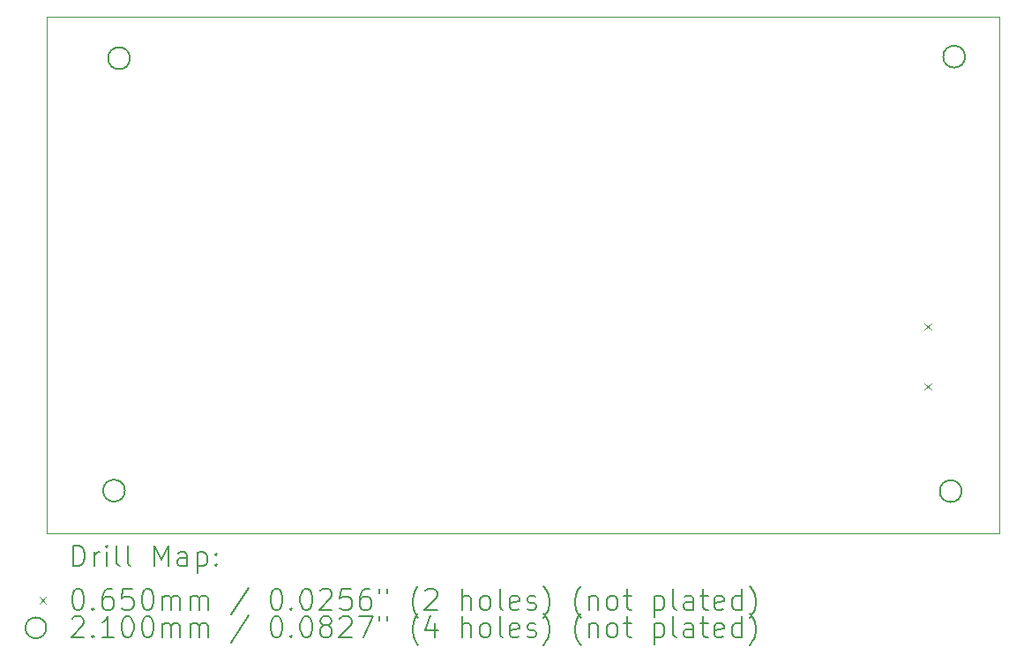
<source format=gbr>
%TF.GenerationSoftware,KiCad,Pcbnew,(6.0.8)*%
%TF.CreationDate,2022-12-01T23:19:17-05:00*%
%TF.ProjectId,HardwareDesign,48617264-7761-4726-9544-657369676e2e,1.0.*%
%TF.SameCoordinates,Original*%
%TF.FileFunction,Drillmap*%
%TF.FilePolarity,Positive*%
%FSLAX45Y45*%
G04 Gerber Fmt 4.5, Leading zero omitted, Abs format (unit mm)*
G04 Created by KiCad (PCBNEW (6.0.8)) date 2022-12-01 23:19:17*
%MOMM*%
%LPD*%
G01*
G04 APERTURE LIST*
%ADD10C,0.100000*%
%ADD11C,0.200000*%
%ADD12C,0.065000*%
%ADD13C,0.210000*%
G04 APERTURE END LIST*
D10*
X11938000Y-7482840D02*
X11940540Y-12443460D01*
X11940540Y-12443460D02*
X21084540Y-12446000D01*
X21082000Y-7485380D02*
X11938000Y-7482840D01*
X21084540Y-12446000D02*
X21082000Y-7485380D01*
D11*
D12*
X20360650Y-10427780D02*
X20425650Y-10492780D01*
X20425650Y-10427780D02*
X20360650Y-10492780D01*
X20360650Y-11005780D02*
X20425650Y-11070780D01*
X20425650Y-11005780D02*
X20360650Y-11070780D01*
D13*
X12688160Y-12037060D02*
G75*
G03*
X12688160Y-12037060I-105000J0D01*
G01*
X12736420Y-7884160D02*
G75*
G03*
X12736420Y-7884160I-105000J0D01*
G01*
X20719640Y-12042140D02*
G75*
G03*
X20719640Y-12042140I-105000J0D01*
G01*
X20752660Y-7868920D02*
G75*
G03*
X20752660Y-7868920I-105000J0D01*
G01*
D11*
X12190619Y-12761476D02*
X12190619Y-12561476D01*
X12238238Y-12561476D01*
X12266809Y-12571000D01*
X12285857Y-12590048D01*
X12295381Y-12609095D01*
X12304905Y-12647190D01*
X12304905Y-12675762D01*
X12295381Y-12713857D01*
X12285857Y-12732905D01*
X12266809Y-12751952D01*
X12238238Y-12761476D01*
X12190619Y-12761476D01*
X12390619Y-12761476D02*
X12390619Y-12628143D01*
X12390619Y-12666238D02*
X12400143Y-12647190D01*
X12409667Y-12637667D01*
X12428714Y-12628143D01*
X12447762Y-12628143D01*
X12514428Y-12761476D02*
X12514428Y-12628143D01*
X12514428Y-12561476D02*
X12504905Y-12571000D01*
X12514428Y-12580524D01*
X12523952Y-12571000D01*
X12514428Y-12561476D01*
X12514428Y-12580524D01*
X12638238Y-12761476D02*
X12619190Y-12751952D01*
X12609667Y-12732905D01*
X12609667Y-12561476D01*
X12743000Y-12761476D02*
X12723952Y-12751952D01*
X12714428Y-12732905D01*
X12714428Y-12561476D01*
X12971571Y-12761476D02*
X12971571Y-12561476D01*
X13038238Y-12704333D01*
X13104905Y-12561476D01*
X13104905Y-12761476D01*
X13285857Y-12761476D02*
X13285857Y-12656714D01*
X13276333Y-12637667D01*
X13257286Y-12628143D01*
X13219190Y-12628143D01*
X13200143Y-12637667D01*
X13285857Y-12751952D02*
X13266809Y-12761476D01*
X13219190Y-12761476D01*
X13200143Y-12751952D01*
X13190619Y-12732905D01*
X13190619Y-12713857D01*
X13200143Y-12694809D01*
X13219190Y-12685286D01*
X13266809Y-12685286D01*
X13285857Y-12675762D01*
X13381095Y-12628143D02*
X13381095Y-12828143D01*
X13381095Y-12637667D02*
X13400143Y-12628143D01*
X13438238Y-12628143D01*
X13457286Y-12637667D01*
X13466809Y-12647190D01*
X13476333Y-12666238D01*
X13476333Y-12723381D01*
X13466809Y-12742428D01*
X13457286Y-12751952D01*
X13438238Y-12761476D01*
X13400143Y-12761476D01*
X13381095Y-12751952D01*
X13562048Y-12742428D02*
X13571571Y-12751952D01*
X13562048Y-12761476D01*
X13552524Y-12751952D01*
X13562048Y-12742428D01*
X13562048Y-12761476D01*
X13562048Y-12637667D02*
X13571571Y-12647190D01*
X13562048Y-12656714D01*
X13552524Y-12647190D01*
X13562048Y-12637667D01*
X13562048Y-12656714D01*
D12*
X11868000Y-13058500D02*
X11933000Y-13123500D01*
X11933000Y-13058500D02*
X11868000Y-13123500D01*
D11*
X12228714Y-12981476D02*
X12247762Y-12981476D01*
X12266809Y-12991000D01*
X12276333Y-13000524D01*
X12285857Y-13019571D01*
X12295381Y-13057667D01*
X12295381Y-13105286D01*
X12285857Y-13143381D01*
X12276333Y-13162428D01*
X12266809Y-13171952D01*
X12247762Y-13181476D01*
X12228714Y-13181476D01*
X12209667Y-13171952D01*
X12200143Y-13162428D01*
X12190619Y-13143381D01*
X12181095Y-13105286D01*
X12181095Y-13057667D01*
X12190619Y-13019571D01*
X12200143Y-13000524D01*
X12209667Y-12991000D01*
X12228714Y-12981476D01*
X12381095Y-13162428D02*
X12390619Y-13171952D01*
X12381095Y-13181476D01*
X12371571Y-13171952D01*
X12381095Y-13162428D01*
X12381095Y-13181476D01*
X12562048Y-12981476D02*
X12523952Y-12981476D01*
X12504905Y-12991000D01*
X12495381Y-13000524D01*
X12476333Y-13029095D01*
X12466809Y-13067190D01*
X12466809Y-13143381D01*
X12476333Y-13162428D01*
X12485857Y-13171952D01*
X12504905Y-13181476D01*
X12543000Y-13181476D01*
X12562048Y-13171952D01*
X12571571Y-13162428D01*
X12581095Y-13143381D01*
X12581095Y-13095762D01*
X12571571Y-13076714D01*
X12562048Y-13067190D01*
X12543000Y-13057667D01*
X12504905Y-13057667D01*
X12485857Y-13067190D01*
X12476333Y-13076714D01*
X12466809Y-13095762D01*
X12762048Y-12981476D02*
X12666809Y-12981476D01*
X12657286Y-13076714D01*
X12666809Y-13067190D01*
X12685857Y-13057667D01*
X12733476Y-13057667D01*
X12752524Y-13067190D01*
X12762048Y-13076714D01*
X12771571Y-13095762D01*
X12771571Y-13143381D01*
X12762048Y-13162428D01*
X12752524Y-13171952D01*
X12733476Y-13181476D01*
X12685857Y-13181476D01*
X12666809Y-13171952D01*
X12657286Y-13162428D01*
X12895381Y-12981476D02*
X12914428Y-12981476D01*
X12933476Y-12991000D01*
X12943000Y-13000524D01*
X12952524Y-13019571D01*
X12962048Y-13057667D01*
X12962048Y-13105286D01*
X12952524Y-13143381D01*
X12943000Y-13162428D01*
X12933476Y-13171952D01*
X12914428Y-13181476D01*
X12895381Y-13181476D01*
X12876333Y-13171952D01*
X12866809Y-13162428D01*
X12857286Y-13143381D01*
X12847762Y-13105286D01*
X12847762Y-13057667D01*
X12857286Y-13019571D01*
X12866809Y-13000524D01*
X12876333Y-12991000D01*
X12895381Y-12981476D01*
X13047762Y-13181476D02*
X13047762Y-13048143D01*
X13047762Y-13067190D02*
X13057286Y-13057667D01*
X13076333Y-13048143D01*
X13104905Y-13048143D01*
X13123952Y-13057667D01*
X13133476Y-13076714D01*
X13133476Y-13181476D01*
X13133476Y-13076714D02*
X13143000Y-13057667D01*
X13162048Y-13048143D01*
X13190619Y-13048143D01*
X13209667Y-13057667D01*
X13219190Y-13076714D01*
X13219190Y-13181476D01*
X13314428Y-13181476D02*
X13314428Y-13048143D01*
X13314428Y-13067190D02*
X13323952Y-13057667D01*
X13343000Y-13048143D01*
X13371571Y-13048143D01*
X13390619Y-13057667D01*
X13400143Y-13076714D01*
X13400143Y-13181476D01*
X13400143Y-13076714D02*
X13409667Y-13057667D01*
X13428714Y-13048143D01*
X13457286Y-13048143D01*
X13476333Y-13057667D01*
X13485857Y-13076714D01*
X13485857Y-13181476D01*
X13876333Y-12971952D02*
X13704905Y-13229095D01*
X14133476Y-12981476D02*
X14152524Y-12981476D01*
X14171571Y-12991000D01*
X14181095Y-13000524D01*
X14190619Y-13019571D01*
X14200143Y-13057667D01*
X14200143Y-13105286D01*
X14190619Y-13143381D01*
X14181095Y-13162428D01*
X14171571Y-13171952D01*
X14152524Y-13181476D01*
X14133476Y-13181476D01*
X14114428Y-13171952D01*
X14104905Y-13162428D01*
X14095381Y-13143381D01*
X14085857Y-13105286D01*
X14085857Y-13057667D01*
X14095381Y-13019571D01*
X14104905Y-13000524D01*
X14114428Y-12991000D01*
X14133476Y-12981476D01*
X14285857Y-13162428D02*
X14295381Y-13171952D01*
X14285857Y-13181476D01*
X14276333Y-13171952D01*
X14285857Y-13162428D01*
X14285857Y-13181476D01*
X14419190Y-12981476D02*
X14438238Y-12981476D01*
X14457286Y-12991000D01*
X14466809Y-13000524D01*
X14476333Y-13019571D01*
X14485857Y-13057667D01*
X14485857Y-13105286D01*
X14476333Y-13143381D01*
X14466809Y-13162428D01*
X14457286Y-13171952D01*
X14438238Y-13181476D01*
X14419190Y-13181476D01*
X14400143Y-13171952D01*
X14390619Y-13162428D01*
X14381095Y-13143381D01*
X14371571Y-13105286D01*
X14371571Y-13057667D01*
X14381095Y-13019571D01*
X14390619Y-13000524D01*
X14400143Y-12991000D01*
X14419190Y-12981476D01*
X14562048Y-13000524D02*
X14571571Y-12991000D01*
X14590619Y-12981476D01*
X14638238Y-12981476D01*
X14657286Y-12991000D01*
X14666809Y-13000524D01*
X14676333Y-13019571D01*
X14676333Y-13038619D01*
X14666809Y-13067190D01*
X14552524Y-13181476D01*
X14676333Y-13181476D01*
X14857286Y-12981476D02*
X14762048Y-12981476D01*
X14752524Y-13076714D01*
X14762048Y-13067190D01*
X14781095Y-13057667D01*
X14828714Y-13057667D01*
X14847762Y-13067190D01*
X14857286Y-13076714D01*
X14866809Y-13095762D01*
X14866809Y-13143381D01*
X14857286Y-13162428D01*
X14847762Y-13171952D01*
X14828714Y-13181476D01*
X14781095Y-13181476D01*
X14762048Y-13171952D01*
X14752524Y-13162428D01*
X15038238Y-12981476D02*
X15000143Y-12981476D01*
X14981095Y-12991000D01*
X14971571Y-13000524D01*
X14952524Y-13029095D01*
X14943000Y-13067190D01*
X14943000Y-13143381D01*
X14952524Y-13162428D01*
X14962048Y-13171952D01*
X14981095Y-13181476D01*
X15019190Y-13181476D01*
X15038238Y-13171952D01*
X15047762Y-13162428D01*
X15057286Y-13143381D01*
X15057286Y-13095762D01*
X15047762Y-13076714D01*
X15038238Y-13067190D01*
X15019190Y-13057667D01*
X14981095Y-13057667D01*
X14962048Y-13067190D01*
X14952524Y-13076714D01*
X14943000Y-13095762D01*
X15133476Y-12981476D02*
X15133476Y-13019571D01*
X15209667Y-12981476D02*
X15209667Y-13019571D01*
X15504905Y-13257667D02*
X15495381Y-13248143D01*
X15476333Y-13219571D01*
X15466809Y-13200524D01*
X15457286Y-13171952D01*
X15447762Y-13124333D01*
X15447762Y-13086238D01*
X15457286Y-13038619D01*
X15466809Y-13010048D01*
X15476333Y-12991000D01*
X15495381Y-12962428D01*
X15504905Y-12952905D01*
X15571571Y-13000524D02*
X15581095Y-12991000D01*
X15600143Y-12981476D01*
X15647762Y-12981476D01*
X15666809Y-12991000D01*
X15676333Y-13000524D01*
X15685857Y-13019571D01*
X15685857Y-13038619D01*
X15676333Y-13067190D01*
X15562048Y-13181476D01*
X15685857Y-13181476D01*
X15923952Y-13181476D02*
X15923952Y-12981476D01*
X16009667Y-13181476D02*
X16009667Y-13076714D01*
X16000143Y-13057667D01*
X15981095Y-13048143D01*
X15952524Y-13048143D01*
X15933476Y-13057667D01*
X15923952Y-13067190D01*
X16133476Y-13181476D02*
X16114428Y-13171952D01*
X16104905Y-13162428D01*
X16095381Y-13143381D01*
X16095381Y-13086238D01*
X16104905Y-13067190D01*
X16114428Y-13057667D01*
X16133476Y-13048143D01*
X16162048Y-13048143D01*
X16181095Y-13057667D01*
X16190619Y-13067190D01*
X16200143Y-13086238D01*
X16200143Y-13143381D01*
X16190619Y-13162428D01*
X16181095Y-13171952D01*
X16162048Y-13181476D01*
X16133476Y-13181476D01*
X16314428Y-13181476D02*
X16295381Y-13171952D01*
X16285857Y-13152905D01*
X16285857Y-12981476D01*
X16466809Y-13171952D02*
X16447762Y-13181476D01*
X16409667Y-13181476D01*
X16390619Y-13171952D01*
X16381095Y-13152905D01*
X16381095Y-13076714D01*
X16390619Y-13057667D01*
X16409667Y-13048143D01*
X16447762Y-13048143D01*
X16466809Y-13057667D01*
X16476333Y-13076714D01*
X16476333Y-13095762D01*
X16381095Y-13114809D01*
X16552524Y-13171952D02*
X16571571Y-13181476D01*
X16609667Y-13181476D01*
X16628714Y-13171952D01*
X16638238Y-13152905D01*
X16638238Y-13143381D01*
X16628714Y-13124333D01*
X16609667Y-13114809D01*
X16581095Y-13114809D01*
X16562048Y-13105286D01*
X16552524Y-13086238D01*
X16552524Y-13076714D01*
X16562048Y-13057667D01*
X16581095Y-13048143D01*
X16609667Y-13048143D01*
X16628714Y-13057667D01*
X16704905Y-13257667D02*
X16714428Y-13248143D01*
X16733476Y-13219571D01*
X16743000Y-13200524D01*
X16752524Y-13171952D01*
X16762048Y-13124333D01*
X16762048Y-13086238D01*
X16752524Y-13038619D01*
X16743000Y-13010048D01*
X16733476Y-12991000D01*
X16714428Y-12962428D01*
X16704905Y-12952905D01*
X17066810Y-13257667D02*
X17057286Y-13248143D01*
X17038238Y-13219571D01*
X17028714Y-13200524D01*
X17019190Y-13171952D01*
X17009667Y-13124333D01*
X17009667Y-13086238D01*
X17019190Y-13038619D01*
X17028714Y-13010048D01*
X17038238Y-12991000D01*
X17057286Y-12962428D01*
X17066810Y-12952905D01*
X17143000Y-13048143D02*
X17143000Y-13181476D01*
X17143000Y-13067190D02*
X17152524Y-13057667D01*
X17171571Y-13048143D01*
X17200143Y-13048143D01*
X17219190Y-13057667D01*
X17228714Y-13076714D01*
X17228714Y-13181476D01*
X17352524Y-13181476D02*
X17333476Y-13171952D01*
X17323952Y-13162428D01*
X17314429Y-13143381D01*
X17314429Y-13086238D01*
X17323952Y-13067190D01*
X17333476Y-13057667D01*
X17352524Y-13048143D01*
X17381095Y-13048143D01*
X17400143Y-13057667D01*
X17409667Y-13067190D01*
X17419190Y-13086238D01*
X17419190Y-13143381D01*
X17409667Y-13162428D01*
X17400143Y-13171952D01*
X17381095Y-13181476D01*
X17352524Y-13181476D01*
X17476333Y-13048143D02*
X17552524Y-13048143D01*
X17504905Y-12981476D02*
X17504905Y-13152905D01*
X17514429Y-13171952D01*
X17533476Y-13181476D01*
X17552524Y-13181476D01*
X17771571Y-13048143D02*
X17771571Y-13248143D01*
X17771571Y-13057667D02*
X17790619Y-13048143D01*
X17828714Y-13048143D01*
X17847762Y-13057667D01*
X17857286Y-13067190D01*
X17866810Y-13086238D01*
X17866810Y-13143381D01*
X17857286Y-13162428D01*
X17847762Y-13171952D01*
X17828714Y-13181476D01*
X17790619Y-13181476D01*
X17771571Y-13171952D01*
X17981095Y-13181476D02*
X17962048Y-13171952D01*
X17952524Y-13152905D01*
X17952524Y-12981476D01*
X18143000Y-13181476D02*
X18143000Y-13076714D01*
X18133476Y-13057667D01*
X18114429Y-13048143D01*
X18076333Y-13048143D01*
X18057286Y-13057667D01*
X18143000Y-13171952D02*
X18123952Y-13181476D01*
X18076333Y-13181476D01*
X18057286Y-13171952D01*
X18047762Y-13152905D01*
X18047762Y-13133857D01*
X18057286Y-13114809D01*
X18076333Y-13105286D01*
X18123952Y-13105286D01*
X18143000Y-13095762D01*
X18209667Y-13048143D02*
X18285857Y-13048143D01*
X18238238Y-12981476D02*
X18238238Y-13152905D01*
X18247762Y-13171952D01*
X18266810Y-13181476D01*
X18285857Y-13181476D01*
X18428714Y-13171952D02*
X18409667Y-13181476D01*
X18371571Y-13181476D01*
X18352524Y-13171952D01*
X18343000Y-13152905D01*
X18343000Y-13076714D01*
X18352524Y-13057667D01*
X18371571Y-13048143D01*
X18409667Y-13048143D01*
X18428714Y-13057667D01*
X18438238Y-13076714D01*
X18438238Y-13095762D01*
X18343000Y-13114809D01*
X18609667Y-13181476D02*
X18609667Y-12981476D01*
X18609667Y-13171952D02*
X18590619Y-13181476D01*
X18552524Y-13181476D01*
X18533476Y-13171952D01*
X18523952Y-13162428D01*
X18514429Y-13143381D01*
X18514429Y-13086238D01*
X18523952Y-13067190D01*
X18533476Y-13057667D01*
X18552524Y-13048143D01*
X18590619Y-13048143D01*
X18609667Y-13057667D01*
X18685857Y-13257667D02*
X18695381Y-13248143D01*
X18714429Y-13219571D01*
X18723952Y-13200524D01*
X18733476Y-13171952D01*
X18743000Y-13124333D01*
X18743000Y-13086238D01*
X18733476Y-13038619D01*
X18723952Y-13010048D01*
X18714429Y-12991000D01*
X18695381Y-12962428D01*
X18685857Y-12952905D01*
X11933000Y-13355000D02*
G75*
G03*
X11933000Y-13355000I-100000J0D01*
G01*
X12181095Y-13264524D02*
X12190619Y-13255000D01*
X12209667Y-13245476D01*
X12257286Y-13245476D01*
X12276333Y-13255000D01*
X12285857Y-13264524D01*
X12295381Y-13283571D01*
X12295381Y-13302619D01*
X12285857Y-13331190D01*
X12171571Y-13445476D01*
X12295381Y-13445476D01*
X12381095Y-13426428D02*
X12390619Y-13435952D01*
X12381095Y-13445476D01*
X12371571Y-13435952D01*
X12381095Y-13426428D01*
X12381095Y-13445476D01*
X12581095Y-13445476D02*
X12466809Y-13445476D01*
X12523952Y-13445476D02*
X12523952Y-13245476D01*
X12504905Y-13274048D01*
X12485857Y-13293095D01*
X12466809Y-13302619D01*
X12704905Y-13245476D02*
X12723952Y-13245476D01*
X12743000Y-13255000D01*
X12752524Y-13264524D01*
X12762048Y-13283571D01*
X12771571Y-13321667D01*
X12771571Y-13369286D01*
X12762048Y-13407381D01*
X12752524Y-13426428D01*
X12743000Y-13435952D01*
X12723952Y-13445476D01*
X12704905Y-13445476D01*
X12685857Y-13435952D01*
X12676333Y-13426428D01*
X12666809Y-13407381D01*
X12657286Y-13369286D01*
X12657286Y-13321667D01*
X12666809Y-13283571D01*
X12676333Y-13264524D01*
X12685857Y-13255000D01*
X12704905Y-13245476D01*
X12895381Y-13245476D02*
X12914428Y-13245476D01*
X12933476Y-13255000D01*
X12943000Y-13264524D01*
X12952524Y-13283571D01*
X12962048Y-13321667D01*
X12962048Y-13369286D01*
X12952524Y-13407381D01*
X12943000Y-13426428D01*
X12933476Y-13435952D01*
X12914428Y-13445476D01*
X12895381Y-13445476D01*
X12876333Y-13435952D01*
X12866809Y-13426428D01*
X12857286Y-13407381D01*
X12847762Y-13369286D01*
X12847762Y-13321667D01*
X12857286Y-13283571D01*
X12866809Y-13264524D01*
X12876333Y-13255000D01*
X12895381Y-13245476D01*
X13047762Y-13445476D02*
X13047762Y-13312143D01*
X13047762Y-13331190D02*
X13057286Y-13321667D01*
X13076333Y-13312143D01*
X13104905Y-13312143D01*
X13123952Y-13321667D01*
X13133476Y-13340714D01*
X13133476Y-13445476D01*
X13133476Y-13340714D02*
X13143000Y-13321667D01*
X13162048Y-13312143D01*
X13190619Y-13312143D01*
X13209667Y-13321667D01*
X13219190Y-13340714D01*
X13219190Y-13445476D01*
X13314428Y-13445476D02*
X13314428Y-13312143D01*
X13314428Y-13331190D02*
X13323952Y-13321667D01*
X13343000Y-13312143D01*
X13371571Y-13312143D01*
X13390619Y-13321667D01*
X13400143Y-13340714D01*
X13400143Y-13445476D01*
X13400143Y-13340714D02*
X13409667Y-13321667D01*
X13428714Y-13312143D01*
X13457286Y-13312143D01*
X13476333Y-13321667D01*
X13485857Y-13340714D01*
X13485857Y-13445476D01*
X13876333Y-13235952D02*
X13704905Y-13493095D01*
X14133476Y-13245476D02*
X14152524Y-13245476D01*
X14171571Y-13255000D01*
X14181095Y-13264524D01*
X14190619Y-13283571D01*
X14200143Y-13321667D01*
X14200143Y-13369286D01*
X14190619Y-13407381D01*
X14181095Y-13426428D01*
X14171571Y-13435952D01*
X14152524Y-13445476D01*
X14133476Y-13445476D01*
X14114428Y-13435952D01*
X14104905Y-13426428D01*
X14095381Y-13407381D01*
X14085857Y-13369286D01*
X14085857Y-13321667D01*
X14095381Y-13283571D01*
X14104905Y-13264524D01*
X14114428Y-13255000D01*
X14133476Y-13245476D01*
X14285857Y-13426428D02*
X14295381Y-13435952D01*
X14285857Y-13445476D01*
X14276333Y-13435952D01*
X14285857Y-13426428D01*
X14285857Y-13445476D01*
X14419190Y-13245476D02*
X14438238Y-13245476D01*
X14457286Y-13255000D01*
X14466809Y-13264524D01*
X14476333Y-13283571D01*
X14485857Y-13321667D01*
X14485857Y-13369286D01*
X14476333Y-13407381D01*
X14466809Y-13426428D01*
X14457286Y-13435952D01*
X14438238Y-13445476D01*
X14419190Y-13445476D01*
X14400143Y-13435952D01*
X14390619Y-13426428D01*
X14381095Y-13407381D01*
X14371571Y-13369286D01*
X14371571Y-13321667D01*
X14381095Y-13283571D01*
X14390619Y-13264524D01*
X14400143Y-13255000D01*
X14419190Y-13245476D01*
X14600143Y-13331190D02*
X14581095Y-13321667D01*
X14571571Y-13312143D01*
X14562048Y-13293095D01*
X14562048Y-13283571D01*
X14571571Y-13264524D01*
X14581095Y-13255000D01*
X14600143Y-13245476D01*
X14638238Y-13245476D01*
X14657286Y-13255000D01*
X14666809Y-13264524D01*
X14676333Y-13283571D01*
X14676333Y-13293095D01*
X14666809Y-13312143D01*
X14657286Y-13321667D01*
X14638238Y-13331190D01*
X14600143Y-13331190D01*
X14581095Y-13340714D01*
X14571571Y-13350238D01*
X14562048Y-13369286D01*
X14562048Y-13407381D01*
X14571571Y-13426428D01*
X14581095Y-13435952D01*
X14600143Y-13445476D01*
X14638238Y-13445476D01*
X14657286Y-13435952D01*
X14666809Y-13426428D01*
X14676333Y-13407381D01*
X14676333Y-13369286D01*
X14666809Y-13350238D01*
X14657286Y-13340714D01*
X14638238Y-13331190D01*
X14752524Y-13264524D02*
X14762048Y-13255000D01*
X14781095Y-13245476D01*
X14828714Y-13245476D01*
X14847762Y-13255000D01*
X14857286Y-13264524D01*
X14866809Y-13283571D01*
X14866809Y-13302619D01*
X14857286Y-13331190D01*
X14743000Y-13445476D01*
X14866809Y-13445476D01*
X14933476Y-13245476D02*
X15066809Y-13245476D01*
X14981095Y-13445476D01*
X15133476Y-13245476D02*
X15133476Y-13283571D01*
X15209667Y-13245476D02*
X15209667Y-13283571D01*
X15504905Y-13521667D02*
X15495381Y-13512143D01*
X15476333Y-13483571D01*
X15466809Y-13464524D01*
X15457286Y-13435952D01*
X15447762Y-13388333D01*
X15447762Y-13350238D01*
X15457286Y-13302619D01*
X15466809Y-13274048D01*
X15476333Y-13255000D01*
X15495381Y-13226428D01*
X15504905Y-13216905D01*
X15666809Y-13312143D02*
X15666809Y-13445476D01*
X15619190Y-13235952D02*
X15571571Y-13378809D01*
X15695381Y-13378809D01*
X15923952Y-13445476D02*
X15923952Y-13245476D01*
X16009667Y-13445476D02*
X16009667Y-13340714D01*
X16000143Y-13321667D01*
X15981095Y-13312143D01*
X15952524Y-13312143D01*
X15933476Y-13321667D01*
X15923952Y-13331190D01*
X16133476Y-13445476D02*
X16114428Y-13435952D01*
X16104905Y-13426428D01*
X16095381Y-13407381D01*
X16095381Y-13350238D01*
X16104905Y-13331190D01*
X16114428Y-13321667D01*
X16133476Y-13312143D01*
X16162048Y-13312143D01*
X16181095Y-13321667D01*
X16190619Y-13331190D01*
X16200143Y-13350238D01*
X16200143Y-13407381D01*
X16190619Y-13426428D01*
X16181095Y-13435952D01*
X16162048Y-13445476D01*
X16133476Y-13445476D01*
X16314428Y-13445476D02*
X16295381Y-13435952D01*
X16285857Y-13416905D01*
X16285857Y-13245476D01*
X16466809Y-13435952D02*
X16447762Y-13445476D01*
X16409667Y-13445476D01*
X16390619Y-13435952D01*
X16381095Y-13416905D01*
X16381095Y-13340714D01*
X16390619Y-13321667D01*
X16409667Y-13312143D01*
X16447762Y-13312143D01*
X16466809Y-13321667D01*
X16476333Y-13340714D01*
X16476333Y-13359762D01*
X16381095Y-13378809D01*
X16552524Y-13435952D02*
X16571571Y-13445476D01*
X16609667Y-13445476D01*
X16628714Y-13435952D01*
X16638238Y-13416905D01*
X16638238Y-13407381D01*
X16628714Y-13388333D01*
X16609667Y-13378809D01*
X16581095Y-13378809D01*
X16562048Y-13369286D01*
X16552524Y-13350238D01*
X16552524Y-13340714D01*
X16562048Y-13321667D01*
X16581095Y-13312143D01*
X16609667Y-13312143D01*
X16628714Y-13321667D01*
X16704905Y-13521667D02*
X16714428Y-13512143D01*
X16733476Y-13483571D01*
X16743000Y-13464524D01*
X16752524Y-13435952D01*
X16762048Y-13388333D01*
X16762048Y-13350238D01*
X16752524Y-13302619D01*
X16743000Y-13274048D01*
X16733476Y-13255000D01*
X16714428Y-13226428D01*
X16704905Y-13216905D01*
X17066810Y-13521667D02*
X17057286Y-13512143D01*
X17038238Y-13483571D01*
X17028714Y-13464524D01*
X17019190Y-13435952D01*
X17009667Y-13388333D01*
X17009667Y-13350238D01*
X17019190Y-13302619D01*
X17028714Y-13274048D01*
X17038238Y-13255000D01*
X17057286Y-13226428D01*
X17066810Y-13216905D01*
X17143000Y-13312143D02*
X17143000Y-13445476D01*
X17143000Y-13331190D02*
X17152524Y-13321667D01*
X17171571Y-13312143D01*
X17200143Y-13312143D01*
X17219190Y-13321667D01*
X17228714Y-13340714D01*
X17228714Y-13445476D01*
X17352524Y-13445476D02*
X17333476Y-13435952D01*
X17323952Y-13426428D01*
X17314429Y-13407381D01*
X17314429Y-13350238D01*
X17323952Y-13331190D01*
X17333476Y-13321667D01*
X17352524Y-13312143D01*
X17381095Y-13312143D01*
X17400143Y-13321667D01*
X17409667Y-13331190D01*
X17419190Y-13350238D01*
X17419190Y-13407381D01*
X17409667Y-13426428D01*
X17400143Y-13435952D01*
X17381095Y-13445476D01*
X17352524Y-13445476D01*
X17476333Y-13312143D02*
X17552524Y-13312143D01*
X17504905Y-13245476D02*
X17504905Y-13416905D01*
X17514429Y-13435952D01*
X17533476Y-13445476D01*
X17552524Y-13445476D01*
X17771571Y-13312143D02*
X17771571Y-13512143D01*
X17771571Y-13321667D02*
X17790619Y-13312143D01*
X17828714Y-13312143D01*
X17847762Y-13321667D01*
X17857286Y-13331190D01*
X17866810Y-13350238D01*
X17866810Y-13407381D01*
X17857286Y-13426428D01*
X17847762Y-13435952D01*
X17828714Y-13445476D01*
X17790619Y-13445476D01*
X17771571Y-13435952D01*
X17981095Y-13445476D02*
X17962048Y-13435952D01*
X17952524Y-13416905D01*
X17952524Y-13245476D01*
X18143000Y-13445476D02*
X18143000Y-13340714D01*
X18133476Y-13321667D01*
X18114429Y-13312143D01*
X18076333Y-13312143D01*
X18057286Y-13321667D01*
X18143000Y-13435952D02*
X18123952Y-13445476D01*
X18076333Y-13445476D01*
X18057286Y-13435952D01*
X18047762Y-13416905D01*
X18047762Y-13397857D01*
X18057286Y-13378809D01*
X18076333Y-13369286D01*
X18123952Y-13369286D01*
X18143000Y-13359762D01*
X18209667Y-13312143D02*
X18285857Y-13312143D01*
X18238238Y-13245476D02*
X18238238Y-13416905D01*
X18247762Y-13435952D01*
X18266810Y-13445476D01*
X18285857Y-13445476D01*
X18428714Y-13435952D02*
X18409667Y-13445476D01*
X18371571Y-13445476D01*
X18352524Y-13435952D01*
X18343000Y-13416905D01*
X18343000Y-13340714D01*
X18352524Y-13321667D01*
X18371571Y-13312143D01*
X18409667Y-13312143D01*
X18428714Y-13321667D01*
X18438238Y-13340714D01*
X18438238Y-13359762D01*
X18343000Y-13378809D01*
X18609667Y-13445476D02*
X18609667Y-13245476D01*
X18609667Y-13435952D02*
X18590619Y-13445476D01*
X18552524Y-13445476D01*
X18533476Y-13435952D01*
X18523952Y-13426428D01*
X18514429Y-13407381D01*
X18514429Y-13350238D01*
X18523952Y-13331190D01*
X18533476Y-13321667D01*
X18552524Y-13312143D01*
X18590619Y-13312143D01*
X18609667Y-13321667D01*
X18685857Y-13521667D02*
X18695381Y-13512143D01*
X18714429Y-13483571D01*
X18723952Y-13464524D01*
X18733476Y-13435952D01*
X18743000Y-13388333D01*
X18743000Y-13350238D01*
X18733476Y-13302619D01*
X18723952Y-13274048D01*
X18714429Y-13255000D01*
X18695381Y-13226428D01*
X18685857Y-13216905D01*
M02*

</source>
